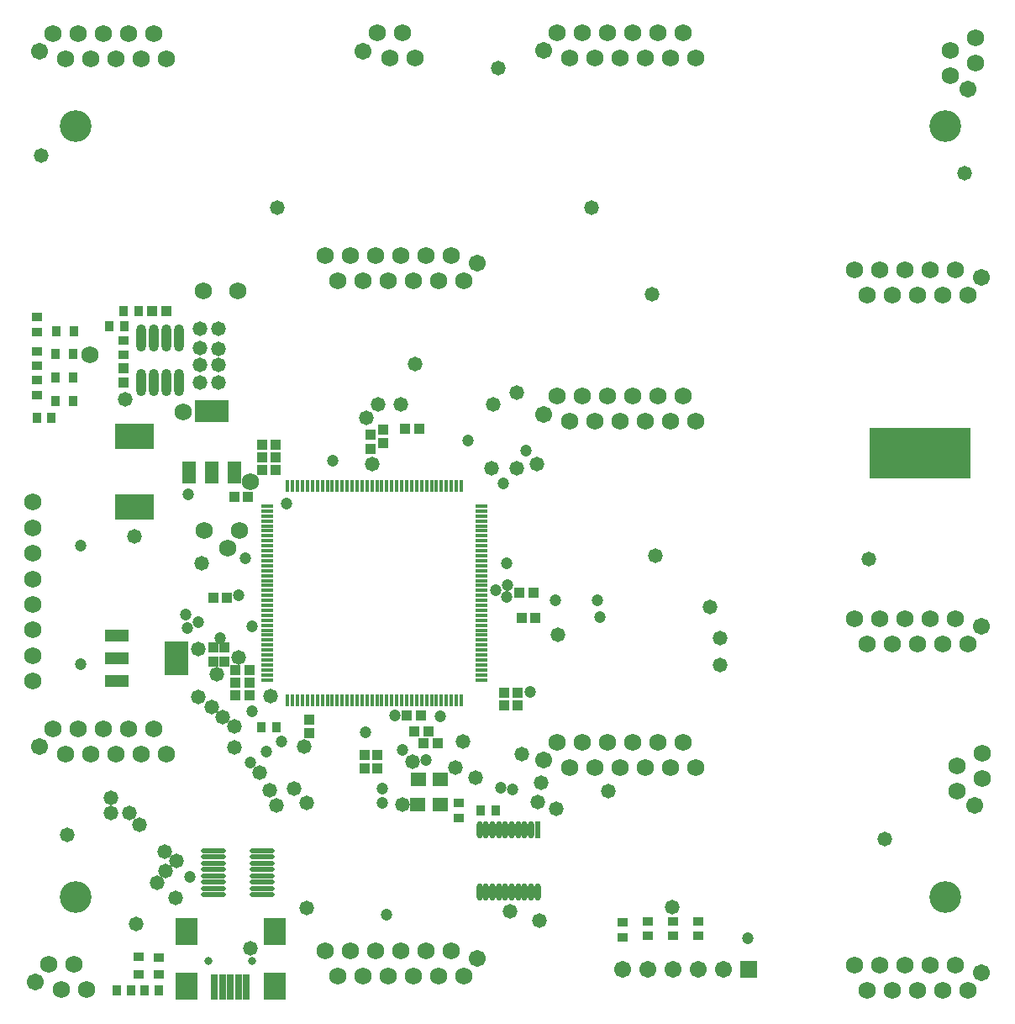
<source format=gts>
%FSLAX25Y25*%
%MOIN*%
G70*
G01*
G75*
G04 Layer_Color=8388736*
%ADD10R,0.05079X0.04882*%
%ADD11O,0.01575X0.05906*%
%ADD12R,0.01575X0.05906*%
%ADD13R,0.00748X0.03961*%
%ADD14R,0.03961X0.00748*%
%ADD15R,0.08661X0.12992*%
%ADD16R,0.08661X0.03937*%
%ADD17O,0.03150X0.10039*%
%ADD18R,0.12992X0.08268*%
%ADD19R,0.04724X0.08268*%
%ADD20R,0.14567X0.09055*%
%ADD21R,0.03150X0.03543*%
%ADD22R,0.02756X0.03543*%
%ADD23R,0.03543X0.03150*%
%ADD24R,0.03543X0.02756*%
%ADD25R,0.02953X0.03543*%
%ADD26R,0.39370X0.19685*%
%ADD27R,0.03543X0.02953*%
%ADD28O,0.09055X0.01378*%
%ADD29R,0.07874X0.09843*%
%ADD30R,0.01969X0.09055*%
%ADD31C,0.31496*%
%ADD32C,0.01000*%
%ADD33C,0.01969*%
%ADD34C,0.03937*%
%ADD35C,0.06000*%
%ADD36C,0.11811*%
%ADD37C,0.02362*%
%ADD38R,0.05906X0.05906*%
%ADD39C,0.05906*%
%ADD40C,0.03937*%
%ADD41C,0.05000*%
%ADD42R,0.09055X0.09055*%
%ADD43C,0.00787*%
%ADD44C,0.01181*%
%ADD45C,0.00984*%
%ADD46C,0.02362*%
%ADD47C,0.00394*%
%ADD48R,0.05879X0.05682*%
%ADD49O,0.02375X0.06706*%
%ADD50R,0.02375X0.06706*%
%ADD51R,0.01548X0.04761*%
%ADD52R,0.04761X0.01548*%
%ADD53R,0.09461X0.13792*%
%ADD54R,0.09461X0.04737*%
%ADD55O,0.03950X0.10839*%
%ADD56R,0.13792X0.09068*%
%ADD57R,0.05524X0.09068*%
%ADD58R,0.15367X0.09855*%
%ADD59R,0.03950X0.04343*%
%ADD60R,0.03556X0.04343*%
%ADD61R,0.04343X0.03950*%
%ADD62R,0.04343X0.03556*%
%ADD63R,0.03753X0.04343*%
%ADD64R,0.40170X0.20485*%
%ADD65R,0.04343X0.03753*%
%ADD66O,0.09855X0.02178*%
%ADD67R,0.08674X0.10642*%
%ADD68R,0.02769X0.09855*%
%ADD69C,0.06800*%
%ADD70C,0.12611*%
%ADD71C,0.03162*%
%ADD72R,0.06706X0.06706*%
%ADD73C,0.06706*%
%ADD74C,0.04737*%
%ADD75C,0.05800*%
D48*
X485433Y162008D02*
D03*
X485276Y151969D02*
D03*
X494134D02*
D03*
X494291Y162008D02*
D03*
D49*
X509744Y117224D02*
D03*
X512303D02*
D03*
X514862D02*
D03*
X517421D02*
D03*
X519980D02*
D03*
X522539D02*
D03*
X525098D02*
D03*
X527658D02*
D03*
X530217D02*
D03*
X532776D02*
D03*
X509744Y142027D02*
D03*
X512303D02*
D03*
X514862D02*
D03*
X517421D02*
D03*
X519980D02*
D03*
X522539D02*
D03*
X525098D02*
D03*
X527658D02*
D03*
X530217D02*
D03*
D50*
X532776D02*
D03*
D51*
X433622Y278437D02*
D03*
X435591D02*
D03*
X437559D02*
D03*
X439528D02*
D03*
X441496D02*
D03*
X443465D02*
D03*
X445433D02*
D03*
X447402D02*
D03*
X449370D02*
D03*
X451339D02*
D03*
X453307D02*
D03*
X455276D02*
D03*
X457244D02*
D03*
X459213D02*
D03*
X461181D02*
D03*
X463150D02*
D03*
X465118D02*
D03*
X467087D02*
D03*
X469055D02*
D03*
X471024D02*
D03*
X472992D02*
D03*
X474961D02*
D03*
X476929D02*
D03*
X478898D02*
D03*
X480866D02*
D03*
X482835D02*
D03*
X484803D02*
D03*
X486772D02*
D03*
X488740D02*
D03*
X490709D02*
D03*
X492677D02*
D03*
X494646D02*
D03*
X496614D02*
D03*
X498583D02*
D03*
X500551D02*
D03*
X502520D02*
D03*
Y193421D02*
D03*
X500551D02*
D03*
X498583D02*
D03*
X496614D02*
D03*
X494646D02*
D03*
X492677D02*
D03*
X490709D02*
D03*
X488740D02*
D03*
X486772D02*
D03*
X484803D02*
D03*
X482835D02*
D03*
X480866D02*
D03*
X478898D02*
D03*
X476929D02*
D03*
X474961D02*
D03*
X472992D02*
D03*
X471024D02*
D03*
X469055D02*
D03*
X467087D02*
D03*
X465118D02*
D03*
X463150D02*
D03*
X461181D02*
D03*
X459213D02*
D03*
X457244D02*
D03*
X455276D02*
D03*
X453307D02*
D03*
X451339D02*
D03*
X449370D02*
D03*
X447402D02*
D03*
X445433D02*
D03*
X443465D02*
D03*
X441496D02*
D03*
X439528D02*
D03*
X437559D02*
D03*
X435591D02*
D03*
X433622D02*
D03*
D52*
X510579Y270378D02*
D03*
Y268409D02*
D03*
Y266441D02*
D03*
Y264472D02*
D03*
Y262504D02*
D03*
Y260535D02*
D03*
Y258567D02*
D03*
Y256598D02*
D03*
Y254630D02*
D03*
Y252661D02*
D03*
Y250693D02*
D03*
Y248724D02*
D03*
Y246756D02*
D03*
Y244787D02*
D03*
Y242819D02*
D03*
Y240850D02*
D03*
Y238882D02*
D03*
Y236913D02*
D03*
Y234945D02*
D03*
Y232976D02*
D03*
Y231008D02*
D03*
Y229039D02*
D03*
Y227071D02*
D03*
Y225102D02*
D03*
Y223134D02*
D03*
Y221165D02*
D03*
Y219197D02*
D03*
Y217228D02*
D03*
Y215260D02*
D03*
Y213291D02*
D03*
Y211323D02*
D03*
Y209354D02*
D03*
Y207386D02*
D03*
Y205417D02*
D03*
Y203449D02*
D03*
Y201480D02*
D03*
X425563D02*
D03*
Y203449D02*
D03*
Y205417D02*
D03*
Y207386D02*
D03*
Y209354D02*
D03*
Y211323D02*
D03*
Y213291D02*
D03*
Y215260D02*
D03*
Y217228D02*
D03*
Y219197D02*
D03*
Y221165D02*
D03*
Y223134D02*
D03*
Y225102D02*
D03*
Y227071D02*
D03*
Y229039D02*
D03*
Y231008D02*
D03*
Y232976D02*
D03*
Y234945D02*
D03*
Y236913D02*
D03*
Y238882D02*
D03*
Y240850D02*
D03*
Y242819D02*
D03*
Y244787D02*
D03*
Y246756D02*
D03*
Y248724D02*
D03*
Y250693D02*
D03*
Y252661D02*
D03*
Y254630D02*
D03*
Y256598D02*
D03*
Y258567D02*
D03*
Y260535D02*
D03*
Y262504D02*
D03*
Y264472D02*
D03*
Y266441D02*
D03*
Y268409D02*
D03*
Y270378D02*
D03*
D53*
X389567Y210039D02*
D03*
D54*
X365945Y200984D02*
D03*
Y210039D02*
D03*
Y219094D02*
D03*
D55*
X375472Y319291D02*
D03*
X380472D02*
D03*
X385472D02*
D03*
X390472D02*
D03*
X375472Y337008D02*
D03*
X380472D02*
D03*
X385472D02*
D03*
X390472D02*
D03*
D56*
X403543Y307874D02*
D03*
D57*
X412598Y283858D02*
D03*
X403543D02*
D03*
X394488D02*
D03*
D58*
X372933Y298031D02*
D03*
Y270079D02*
D03*
D59*
X380020Y347638D02*
D03*
X385532D02*
D03*
X417955Y273927D02*
D03*
X412444D02*
D03*
X480906Y187401D02*
D03*
X486417D02*
D03*
X485728Y301181D02*
D03*
X480217D02*
D03*
X483957Y181102D02*
D03*
X489468D02*
D03*
X531890Y225886D02*
D03*
X526378D02*
D03*
X404035Y234154D02*
D03*
X409547D02*
D03*
X412894Y195472D02*
D03*
X418405D02*
D03*
X412894Y200295D02*
D03*
X418405D02*
D03*
X412894Y205217D02*
D03*
X418405D02*
D03*
X487599Y176476D02*
D03*
X493110D02*
D03*
X524901Y196457D02*
D03*
X519390D02*
D03*
X428937Y289665D02*
D03*
X423425D02*
D03*
X428937Y284646D02*
D03*
X423425D02*
D03*
X525000Y191240D02*
D03*
X519488D02*
D03*
X428937Y294587D02*
D03*
X423425D02*
D03*
X531201Y235925D02*
D03*
X525689D02*
D03*
D60*
X368701Y341732D02*
D03*
X362795D02*
D03*
X368602Y347736D02*
D03*
X374508D02*
D03*
X429134Y182677D02*
D03*
X423228D02*
D03*
X516038Y149606D02*
D03*
X510132D02*
D03*
X339961Y305217D02*
D03*
X334055D02*
D03*
X365748Y78347D02*
D03*
X371654D02*
D03*
X376772D02*
D03*
X382677D02*
D03*
D61*
X368406Y324902D02*
D03*
Y319390D02*
D03*
X464173Y166339D02*
D03*
Y171851D02*
D03*
X471457Y300787D02*
D03*
Y295276D02*
D03*
X469095Y166339D02*
D03*
Y171850D02*
D03*
X442225Y180217D02*
D03*
Y185728D02*
D03*
X466437Y298622D02*
D03*
Y293110D02*
D03*
X408662Y214370D02*
D03*
Y208858D02*
D03*
X404035Y214370D02*
D03*
Y208858D02*
D03*
D62*
X368406Y336122D02*
D03*
Y330217D02*
D03*
X566437Y99311D02*
D03*
Y105217D02*
D03*
X576476Y99902D02*
D03*
Y105807D02*
D03*
X586417Y99921D02*
D03*
Y105827D02*
D03*
X596555Y99902D02*
D03*
Y105807D02*
D03*
X501575Y146752D02*
D03*
Y152657D02*
D03*
X334350Y320276D02*
D03*
Y314370D02*
D03*
X334252Y331791D02*
D03*
Y325886D02*
D03*
X334154Y339469D02*
D03*
Y345374D02*
D03*
D63*
X348524Y321358D02*
D03*
X341634D02*
D03*
X348425Y312008D02*
D03*
X341535D02*
D03*
Y330709D02*
D03*
X348425D02*
D03*
X341929Y339665D02*
D03*
X348819D02*
D03*
D64*
X684606Y291378D02*
D03*
D65*
X374508Y91634D02*
D03*
Y84744D02*
D03*
X382677Y91437D02*
D03*
Y84547D02*
D03*
D66*
X404232Y133681D02*
D03*
Y131201D02*
D03*
Y128720D02*
D03*
Y126240D02*
D03*
Y123760D02*
D03*
Y121280D02*
D03*
Y118799D02*
D03*
Y116319D02*
D03*
X423524Y133681D02*
D03*
Y131201D02*
D03*
Y128720D02*
D03*
Y126240D02*
D03*
Y123760D02*
D03*
Y121280D02*
D03*
Y118799D02*
D03*
Y116319D02*
D03*
D67*
X393406Y101673D02*
D03*
X428445D02*
D03*
Y80020D02*
D03*
X393406D02*
D03*
D68*
X417224Y79626D02*
D03*
X414075D02*
D03*
X410925D02*
D03*
X407776D02*
D03*
X404626D02*
D03*
D69*
X409842Y253839D02*
D03*
X418898Y280118D02*
D03*
X355217Y330217D02*
D03*
X392224Y307776D02*
D03*
X332520Y271988D02*
D03*
Y261850D02*
D03*
Y251713D02*
D03*
Y241476D02*
D03*
Y231437D02*
D03*
Y221299D02*
D03*
Y211161D02*
D03*
Y201122D02*
D03*
X453425Y84095D02*
D03*
X463425D02*
D03*
X473425D02*
D03*
X483425D02*
D03*
X493425D02*
D03*
X503425D02*
D03*
X498425Y94095D02*
D03*
X488425D02*
D03*
X478425D02*
D03*
X468425D02*
D03*
X458425D02*
D03*
X448425D02*
D03*
X595630Y303937D02*
D03*
X585630D02*
D03*
X575630D02*
D03*
X565630D02*
D03*
X555630D02*
D03*
X545630D02*
D03*
X540630Y313937D02*
D03*
X550630D02*
D03*
X560630D02*
D03*
X570630D02*
D03*
X580630D02*
D03*
X590630D02*
D03*
X590630Y176693D02*
D03*
X580630D02*
D03*
X570630D02*
D03*
X560630D02*
D03*
X550630D02*
D03*
X540630D02*
D03*
X545630Y166693D02*
D03*
X555630D02*
D03*
X565630D02*
D03*
X575630D02*
D03*
X585630D02*
D03*
X595630D02*
D03*
X453425Y359567D02*
D03*
X463425D02*
D03*
X473425D02*
D03*
X483425D02*
D03*
X493425D02*
D03*
X503425D02*
D03*
X498425Y369567D02*
D03*
X488425D02*
D03*
X478425D02*
D03*
X468425D02*
D03*
X458425D02*
D03*
X448425D02*
D03*
X658386Y364094D02*
D03*
X668386D02*
D03*
X678386D02*
D03*
X688386D02*
D03*
X698386D02*
D03*
X703386Y354095D02*
D03*
X693386D02*
D03*
X683386D02*
D03*
X673386D02*
D03*
X663386D02*
D03*
X658504Y225748D02*
D03*
X668504D02*
D03*
X678504D02*
D03*
X688504D02*
D03*
X698504D02*
D03*
X703504Y215748D02*
D03*
X693504D02*
D03*
X683504D02*
D03*
X673504D02*
D03*
X663504D02*
D03*
X658504Y88465D02*
D03*
X668504D02*
D03*
X678504D02*
D03*
X688504D02*
D03*
X698504D02*
D03*
X703504Y78465D02*
D03*
X693504D02*
D03*
X683504D02*
D03*
X673504D02*
D03*
X663504D02*
D03*
X385591Y172165D02*
D03*
X375590D02*
D03*
X365591D02*
D03*
X355591D02*
D03*
X345590D02*
D03*
X340591Y182165D02*
D03*
X350590D02*
D03*
X360591D02*
D03*
X370590D02*
D03*
X380591D02*
D03*
X400591Y260531D02*
D03*
X414370D02*
D03*
X400098Y355807D02*
D03*
X413878D02*
D03*
X595669Y448150D02*
D03*
X585669D02*
D03*
X575669D02*
D03*
X565669D02*
D03*
X555669D02*
D03*
X545669D02*
D03*
X540669Y458150D02*
D03*
X550669D02*
D03*
X560669D02*
D03*
X570669D02*
D03*
X580669D02*
D03*
X590669D02*
D03*
X696457Y451142D02*
D03*
Y441142D02*
D03*
X706457Y446142D02*
D03*
Y456142D02*
D03*
X479193Y457874D02*
D03*
X469193D02*
D03*
X474193Y447874D02*
D03*
X484193D02*
D03*
X385591Y447756D02*
D03*
X375591D02*
D03*
X365591D02*
D03*
X355591D02*
D03*
X345591D02*
D03*
X340591Y457756D02*
D03*
X350591D02*
D03*
X360591D02*
D03*
X370591D02*
D03*
X380591D02*
D03*
X348976Y88779D02*
D03*
X338976D02*
D03*
X343976Y78780D02*
D03*
X353976D02*
D03*
X699213Y167283D02*
D03*
Y157283D02*
D03*
X709213Y162284D02*
D03*
Y172283D02*
D03*
D70*
X349410Y420866D02*
D03*
X694685D02*
D03*
Y115354D02*
D03*
X349410D02*
D03*
D71*
X402264Y89862D02*
D03*
X419587D02*
D03*
D72*
X616417Y86535D02*
D03*
D73*
X606417D02*
D03*
X596417D02*
D03*
X586417D02*
D03*
X576417D02*
D03*
X566417D02*
D03*
X508937Y91181D02*
D03*
X535118Y306850D02*
D03*
X535118Y169606D02*
D03*
X508937Y366654D02*
D03*
X708898Y361142D02*
D03*
X709016Y222795D02*
D03*
Y85512D02*
D03*
X335079Y175118D02*
D03*
X535157Y451063D02*
D03*
X703543Y435630D02*
D03*
X463681Y450787D02*
D03*
X335079Y450709D02*
D03*
X333465Y81693D02*
D03*
X706299Y151772D02*
D03*
D74*
X518037Y158571D02*
D03*
X522933Y158014D02*
D03*
X519095Y279232D02*
D03*
X431123Y177076D02*
D03*
X479331Y173721D02*
D03*
X464370Y180748D02*
D03*
X494193Y186909D02*
D03*
X394094Y275098D02*
D03*
X433112Y271358D02*
D03*
X471161Y158366D02*
D03*
X488681Y169587D02*
D03*
X406772Y218012D02*
D03*
X419607Y222747D02*
D03*
X414307Y234945D02*
D03*
X417001Y249763D02*
D03*
X529823Y196653D02*
D03*
X520695Y234263D02*
D03*
X419390Y188976D02*
D03*
X476083Y187500D02*
D03*
X556693Y232972D02*
D03*
X557382Y226480D02*
D03*
X520990Y239087D02*
D03*
X516240Y236910D02*
D03*
X520669Y247638D02*
D03*
X505315Y296260D02*
D03*
X451476Y288386D02*
D03*
X616339Y98976D02*
D03*
X351673Y254823D02*
D03*
X351378Y207677D02*
D03*
X528346Y292421D02*
D03*
X472835Y108366D02*
D03*
X539764Y232874D02*
D03*
X471063Y152854D02*
D03*
X393326Y227373D02*
D03*
X393701Y222047D02*
D03*
X398149Y224519D02*
D03*
X394980Y123327D02*
D03*
X425039Y172913D02*
D03*
X418799Y168701D02*
D03*
D75*
X540748Y219390D02*
D03*
X369108Y312697D02*
D03*
X483291Y169095D02*
D03*
X500295Y166831D02*
D03*
X427027Y194882D02*
D03*
X426673Y157677D02*
D03*
X503051Y176870D02*
D03*
X508167Y162690D02*
D03*
X436319Y158465D02*
D03*
X579528Y250689D02*
D03*
X578150Y354232D02*
D03*
X484252Y326575D02*
D03*
X517224Y443898D02*
D03*
X346063Y140157D02*
D03*
X373425Y104528D02*
D03*
X670374Y138484D02*
D03*
X664173Y249311D02*
D03*
X702264Y402461D02*
D03*
X336024Y409449D02*
D03*
X372933Y258465D02*
D03*
X601279Y230413D02*
D03*
X605315Y218012D02*
D03*
Y207480D02*
D03*
X554035Y388779D02*
D03*
X524409Y315354D02*
D03*
X515256Y310827D02*
D03*
X478642D02*
D03*
X469390D02*
D03*
X429528Y388779D02*
D03*
X406102Y319291D02*
D03*
X464862Y305217D02*
D03*
X467126Y286910D02*
D03*
X406201Y326476D02*
D03*
Y332776D02*
D03*
X406299Y340748D02*
D03*
X399016Y319193D02*
D03*
Y326476D02*
D03*
Y332874D02*
D03*
X398819Y340748D02*
D03*
X524567Y285394D02*
D03*
X514528Y285197D02*
D03*
X561024Y157480D02*
D03*
X414307Y210378D02*
D03*
X405610Y203642D02*
D03*
X526476Y172165D02*
D03*
X532776Y152953D02*
D03*
X440277Y175008D02*
D03*
X521949Y109843D02*
D03*
X533366Y106102D02*
D03*
X586319Y111221D02*
D03*
X540059Y150295D02*
D03*
X534350Y160630D02*
D03*
X479134Y151870D02*
D03*
X384941Y133465D02*
D03*
X374920Y143905D02*
D03*
X363681Y148819D02*
D03*
X412402Y182945D02*
D03*
X403366Y190659D02*
D03*
X385353Y125695D02*
D03*
X370866Y148721D02*
D03*
X407697Y186623D02*
D03*
X381712Y120872D02*
D03*
X363502Y154732D02*
D03*
X398248Y194694D02*
D03*
Y213593D02*
D03*
X418918Y95083D02*
D03*
X389173Y115157D02*
D03*
X389684Y129731D02*
D03*
X412444Y174606D02*
D03*
X399606Y247835D02*
D03*
X422560Y164772D02*
D03*
X441043Y110925D02*
D03*
X429035Y151673D02*
D03*
X441240Y152854D02*
D03*
X532677Y286890D02*
D03*
M02*

</source>
